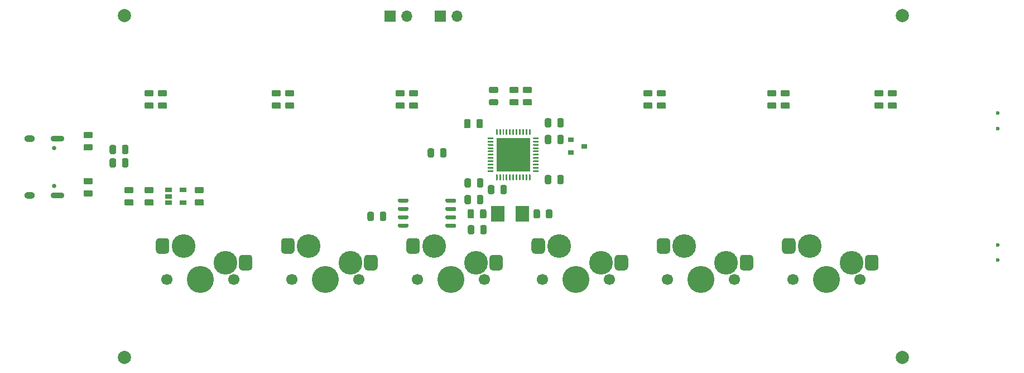
<source format=gbr>
G04 #@! TF.GenerationSoftware,KiCad,Pcbnew,5.1.7-a382d34a8~88~ubuntu20.04.1*
G04 #@! TF.CreationDate,2021-04-25T15:43:49-07:00*
G04 #@! TF.ProjectId,keypad-base,6b657970-6164-42d6-9261-73652e6b6963,Apr2021*
G04 #@! TF.SameCoordinates,Original*
G04 #@! TF.FileFunction,Soldermask,Top*
G04 #@! TF.FilePolarity,Negative*
%FSLAX46Y46*%
G04 Gerber Fmt 4.6, Leading zero omitted, Abs format (unit mm)*
G04 Created by KiCad (PCBNEW 5.1.7-a382d34a8~88~ubuntu20.04.1) date 2021-04-25 15:43:49*
%MOMM*%
%LPD*%
G01*
G04 APERTURE LIST*
%ADD10C,2.000000*%
%ADD11C,0.600000*%
%ADD12O,1.700000X1.700000*%
%ADD13R,1.700000X1.700000*%
%ADD14R,1.060000X0.650000*%
%ADD15C,0.650000*%
%ADD16O,2.100000X0.900000*%
%ADD17O,1.600000X1.000000*%
%ADD18R,0.900000X0.800000*%
%ADD19R,2.000000X2.400000*%
%ADD20R,5.150000X5.150000*%
%ADD21C,4.100000*%
%ADD22C,3.600000*%
%ADD23C,1.700000*%
G04 APERTURE END LIST*
G04 #@! TO.C,R11*
G36*
G01*
X160586000Y-91999750D02*
X160586000Y-92912250D01*
G75*
G02*
X160342250Y-93156000I-243750J0D01*
G01*
X159854750Y-93156000D01*
G75*
G02*
X159611000Y-92912250I0J243750D01*
G01*
X159611000Y-91999750D01*
G75*
G02*
X159854750Y-91756000I243750J0D01*
G01*
X160342250Y-91756000D01*
G75*
G02*
X160586000Y-91999750I0J-243750D01*
G01*
G37*
G36*
G01*
X162461000Y-91999750D02*
X162461000Y-92912250D01*
G75*
G02*
X162217250Y-93156000I-243750J0D01*
G01*
X161729750Y-93156000D01*
G75*
G02*
X161486000Y-92912250I0J243750D01*
G01*
X161486000Y-91999750D01*
G75*
G02*
X161729750Y-91756000I243750J0D01*
G01*
X162217250Y-91756000D01*
G75*
G02*
X162461000Y-91999750I0J-243750D01*
G01*
G37*
G04 #@! TD*
G04 #@! TO.C,R4*
G36*
G01*
X146246000Y-90880250D02*
X146246000Y-89967750D01*
G75*
G02*
X146489750Y-89724000I243750J0D01*
G01*
X146977250Y-89724000D01*
G75*
G02*
X147221000Y-89967750I0J-243750D01*
G01*
X147221000Y-90880250D01*
G75*
G02*
X146977250Y-91124000I-243750J0D01*
G01*
X146489750Y-91124000D01*
G75*
G02*
X146246000Y-90880250I0J243750D01*
G01*
G37*
G36*
G01*
X144371000Y-90880250D02*
X144371000Y-89967750D01*
G75*
G02*
X144614750Y-89724000I243750J0D01*
G01*
X145102250Y-89724000D01*
G75*
G02*
X145346000Y-89967750I0J-243750D01*
G01*
X145346000Y-90880250D01*
G75*
G02*
X145102250Y-91124000I-243750J0D01*
G01*
X144614750Y-91124000D01*
G75*
G02*
X144371000Y-90880250I0J243750D01*
G01*
G37*
G04 #@! TD*
D10*
G04 #@! TO.C,H5*
X107500000Y-111900000D03*
G04 #@! TD*
G04 #@! TO.C,H4*
X107500000Y-59900000D03*
G04 #@! TD*
G04 #@! TO.C,H3*
X225500000Y-59900000D03*
G04 #@! TD*
G04 #@! TO.C,H2*
X225500000Y-111900000D03*
G04 #@! TD*
D11*
G04 #@! TO.C,SW8*
X240000000Y-97050000D03*
X240000000Y-94750000D03*
G04 #@! TD*
G04 #@! TO.C,SW1*
X240000000Y-77050000D03*
X240000000Y-74750000D03*
G04 #@! TD*
G04 #@! TO.C,U11*
G36*
G01*
X156216000Y-88161000D02*
X156216000Y-87861000D01*
G75*
G02*
X156366000Y-87711000I150000J0D01*
G01*
X157666000Y-87711000D01*
G75*
G02*
X157816000Y-87861000I0J-150000D01*
G01*
X157816000Y-88161000D01*
G75*
G02*
X157666000Y-88311000I-150000J0D01*
G01*
X156366000Y-88311000D01*
G75*
G02*
X156216000Y-88161000I0J150000D01*
G01*
G37*
G36*
G01*
X156216000Y-89431000D02*
X156216000Y-89131000D01*
G75*
G02*
X156366000Y-88981000I150000J0D01*
G01*
X157666000Y-88981000D01*
G75*
G02*
X157816000Y-89131000I0J-150000D01*
G01*
X157816000Y-89431000D01*
G75*
G02*
X157666000Y-89581000I-150000J0D01*
G01*
X156366000Y-89581000D01*
G75*
G02*
X156216000Y-89431000I0J150000D01*
G01*
G37*
G36*
G01*
X156216000Y-90701000D02*
X156216000Y-90401000D01*
G75*
G02*
X156366000Y-90251000I150000J0D01*
G01*
X157666000Y-90251000D01*
G75*
G02*
X157816000Y-90401000I0J-150000D01*
G01*
X157816000Y-90701000D01*
G75*
G02*
X157666000Y-90851000I-150000J0D01*
G01*
X156366000Y-90851000D01*
G75*
G02*
X156216000Y-90701000I0J150000D01*
G01*
G37*
G36*
G01*
X156216000Y-91971000D02*
X156216000Y-91671000D01*
G75*
G02*
X156366000Y-91521000I150000J0D01*
G01*
X157666000Y-91521000D01*
G75*
G02*
X157816000Y-91671000I0J-150000D01*
G01*
X157816000Y-91971000D01*
G75*
G02*
X157666000Y-92121000I-150000J0D01*
G01*
X156366000Y-92121000D01*
G75*
G02*
X156216000Y-91971000I0J150000D01*
G01*
G37*
G36*
G01*
X149016000Y-91971000D02*
X149016000Y-91671000D01*
G75*
G02*
X149166000Y-91521000I150000J0D01*
G01*
X150466000Y-91521000D01*
G75*
G02*
X150616000Y-91671000I0J-150000D01*
G01*
X150616000Y-91971000D01*
G75*
G02*
X150466000Y-92121000I-150000J0D01*
G01*
X149166000Y-92121000D01*
G75*
G02*
X149016000Y-91971000I0J150000D01*
G01*
G37*
G36*
G01*
X149016000Y-90701000D02*
X149016000Y-90401000D01*
G75*
G02*
X149166000Y-90251000I150000J0D01*
G01*
X150466000Y-90251000D01*
G75*
G02*
X150616000Y-90401000I0J-150000D01*
G01*
X150616000Y-90701000D01*
G75*
G02*
X150466000Y-90851000I-150000J0D01*
G01*
X149166000Y-90851000D01*
G75*
G02*
X149016000Y-90701000I0J150000D01*
G01*
G37*
G36*
G01*
X149016000Y-89431000D02*
X149016000Y-89131000D01*
G75*
G02*
X149166000Y-88981000I150000J0D01*
G01*
X150466000Y-88981000D01*
G75*
G02*
X150616000Y-89131000I0J-150000D01*
G01*
X150616000Y-89431000D01*
G75*
G02*
X150466000Y-89581000I-150000J0D01*
G01*
X149166000Y-89581000D01*
G75*
G02*
X149016000Y-89431000I0J150000D01*
G01*
G37*
G36*
G01*
X149016000Y-88161000D02*
X149016000Y-87861000D01*
G75*
G02*
X149166000Y-87711000I150000J0D01*
G01*
X150466000Y-87711000D01*
G75*
G02*
X150616000Y-87861000I0J-150000D01*
G01*
X150616000Y-88161000D01*
G75*
G02*
X150466000Y-88311000I-150000J0D01*
G01*
X149166000Y-88311000D01*
G75*
G02*
X149016000Y-88161000I0J150000D01*
G01*
G37*
G04 #@! TD*
D12*
G04 #@! TO.C,J3*
X150368000Y-59944000D03*
D13*
X147828000Y-59944000D03*
G04 #@! TD*
D12*
G04 #@! TO.C,J2*
X157988000Y-59944000D03*
D13*
X155448000Y-59944000D03*
G04 #@! TD*
G04 #@! TO.C,C20*
G36*
G01*
X160978000Y-88340250D02*
X160978000Y-87427750D01*
G75*
G02*
X161221750Y-87184000I243750J0D01*
G01*
X161709250Y-87184000D01*
G75*
G02*
X161953000Y-87427750I0J-243750D01*
G01*
X161953000Y-88340250D01*
G75*
G02*
X161709250Y-88584000I-243750J0D01*
G01*
X161221750Y-88584000D01*
G75*
G02*
X160978000Y-88340250I0J243750D01*
G01*
G37*
G36*
G01*
X159103000Y-88340250D02*
X159103000Y-87427750D01*
G75*
G02*
X159346750Y-87184000I243750J0D01*
G01*
X159834250Y-87184000D01*
G75*
G02*
X160078000Y-87427750I0J-243750D01*
G01*
X160078000Y-88340250D01*
G75*
G02*
X159834250Y-88584000I-243750J0D01*
G01*
X159346750Y-88584000D01*
G75*
G02*
X159103000Y-88340250I0J243750D01*
G01*
G37*
G04 #@! TD*
D14*
G04 #@! TO.C,U10*
X116416000Y-86426000D03*
X116416000Y-88326000D03*
X114216000Y-88326000D03*
X114216000Y-87376000D03*
X114216000Y-86426000D03*
G04 #@! TD*
G04 #@! TO.C,C18*
G36*
G01*
X118415750Y-87826000D02*
X119328250Y-87826000D01*
G75*
G02*
X119572000Y-88069750I0J-243750D01*
G01*
X119572000Y-88557250D01*
G75*
G02*
X119328250Y-88801000I-243750J0D01*
G01*
X118415750Y-88801000D01*
G75*
G02*
X118172000Y-88557250I0J243750D01*
G01*
X118172000Y-88069750D01*
G75*
G02*
X118415750Y-87826000I243750J0D01*
G01*
G37*
G36*
G01*
X118415750Y-85951000D02*
X119328250Y-85951000D01*
G75*
G02*
X119572000Y-86194750I0J-243750D01*
G01*
X119572000Y-86682250D01*
G75*
G02*
X119328250Y-86926000I-243750J0D01*
G01*
X118415750Y-86926000D01*
G75*
G02*
X118172000Y-86682250I0J243750D01*
G01*
X118172000Y-86194750D01*
G75*
G02*
X118415750Y-85951000I243750J0D01*
G01*
G37*
G04 #@! TD*
G04 #@! TO.C,C17*
G36*
G01*
X208228250Y-72194000D02*
X207315750Y-72194000D01*
G75*
G02*
X207072000Y-71950250I0J243750D01*
G01*
X207072000Y-71462750D01*
G75*
G02*
X207315750Y-71219000I243750J0D01*
G01*
X208228250Y-71219000D01*
G75*
G02*
X208472000Y-71462750I0J-243750D01*
G01*
X208472000Y-71950250D01*
G75*
G02*
X208228250Y-72194000I-243750J0D01*
G01*
G37*
G36*
G01*
X208228250Y-74069000D02*
X207315750Y-74069000D01*
G75*
G02*
X207072000Y-73825250I0J243750D01*
G01*
X207072000Y-73337750D01*
G75*
G02*
X207315750Y-73094000I243750J0D01*
G01*
X208228250Y-73094000D01*
G75*
G02*
X208472000Y-73337750I0J-243750D01*
G01*
X208472000Y-73825250D01*
G75*
G02*
X208228250Y-74069000I-243750J0D01*
G01*
G37*
G04 #@! TD*
G04 #@! TO.C,C16*
G36*
G01*
X110795750Y-87826000D02*
X111708250Y-87826000D01*
G75*
G02*
X111952000Y-88069750I0J-243750D01*
G01*
X111952000Y-88557250D01*
G75*
G02*
X111708250Y-88801000I-243750J0D01*
G01*
X110795750Y-88801000D01*
G75*
G02*
X110552000Y-88557250I0J243750D01*
G01*
X110552000Y-88069750D01*
G75*
G02*
X110795750Y-87826000I243750J0D01*
G01*
G37*
G36*
G01*
X110795750Y-85951000D02*
X111708250Y-85951000D01*
G75*
G02*
X111952000Y-86194750I0J-243750D01*
G01*
X111952000Y-86682250D01*
G75*
G02*
X111708250Y-86926000I-243750J0D01*
G01*
X110795750Y-86926000D01*
G75*
G02*
X110552000Y-86682250I0J243750D01*
G01*
X110552000Y-86194750D01*
G75*
G02*
X110795750Y-85951000I243750J0D01*
G01*
G37*
G04 #@! TD*
G04 #@! TO.C,C15*
G36*
G01*
X189432250Y-72194000D02*
X188519750Y-72194000D01*
G75*
G02*
X188276000Y-71950250I0J243750D01*
G01*
X188276000Y-71462750D01*
G75*
G02*
X188519750Y-71219000I243750J0D01*
G01*
X189432250Y-71219000D01*
G75*
G02*
X189676000Y-71462750I0J-243750D01*
G01*
X189676000Y-71950250D01*
G75*
G02*
X189432250Y-72194000I-243750J0D01*
G01*
G37*
G36*
G01*
X189432250Y-74069000D02*
X188519750Y-74069000D01*
G75*
G02*
X188276000Y-73825250I0J243750D01*
G01*
X188276000Y-73337750D01*
G75*
G02*
X188519750Y-73094000I243750J0D01*
G01*
X189432250Y-73094000D01*
G75*
G02*
X189676000Y-73337750I0J-243750D01*
G01*
X189676000Y-73825250D01*
G75*
G02*
X189432250Y-74069000I-243750J0D01*
G01*
G37*
G04 #@! TD*
G04 #@! TO.C,C14*
G36*
G01*
X169112250Y-71686000D02*
X168199750Y-71686000D01*
G75*
G02*
X167956000Y-71442250I0J243750D01*
G01*
X167956000Y-70954750D01*
G75*
G02*
X168199750Y-70711000I243750J0D01*
G01*
X169112250Y-70711000D01*
G75*
G02*
X169356000Y-70954750I0J-243750D01*
G01*
X169356000Y-71442250D01*
G75*
G02*
X169112250Y-71686000I-243750J0D01*
G01*
G37*
G36*
G01*
X169112250Y-73561000D02*
X168199750Y-73561000D01*
G75*
G02*
X167956000Y-73317250I0J243750D01*
G01*
X167956000Y-72829750D01*
G75*
G02*
X168199750Y-72586000I243750J0D01*
G01*
X169112250Y-72586000D01*
G75*
G02*
X169356000Y-72829750I0J-243750D01*
G01*
X169356000Y-73317250D01*
G75*
G02*
X169112250Y-73561000I-243750J0D01*
G01*
G37*
G04 #@! TD*
G04 #@! TO.C,C13*
G36*
G01*
X151840250Y-72194000D02*
X150927750Y-72194000D01*
G75*
G02*
X150684000Y-71950250I0J243750D01*
G01*
X150684000Y-71462750D01*
G75*
G02*
X150927750Y-71219000I243750J0D01*
G01*
X151840250Y-71219000D01*
G75*
G02*
X152084000Y-71462750I0J-243750D01*
G01*
X152084000Y-71950250D01*
G75*
G02*
X151840250Y-72194000I-243750J0D01*
G01*
G37*
G36*
G01*
X151840250Y-74069000D02*
X150927750Y-74069000D01*
G75*
G02*
X150684000Y-73825250I0J243750D01*
G01*
X150684000Y-73337750D01*
G75*
G02*
X150927750Y-73094000I243750J0D01*
G01*
X151840250Y-73094000D01*
G75*
G02*
X152084000Y-73337750I0J-243750D01*
G01*
X152084000Y-73825250D01*
G75*
G02*
X151840250Y-74069000I-243750J0D01*
G01*
G37*
G04 #@! TD*
G04 #@! TO.C,C12*
G36*
G01*
X133044250Y-72194000D02*
X132131750Y-72194000D01*
G75*
G02*
X131888000Y-71950250I0J243750D01*
G01*
X131888000Y-71462750D01*
G75*
G02*
X132131750Y-71219000I243750J0D01*
G01*
X133044250Y-71219000D01*
G75*
G02*
X133288000Y-71462750I0J-243750D01*
G01*
X133288000Y-71950250D01*
G75*
G02*
X133044250Y-72194000I-243750J0D01*
G01*
G37*
G36*
G01*
X133044250Y-74069000D02*
X132131750Y-74069000D01*
G75*
G02*
X131888000Y-73825250I0J243750D01*
G01*
X131888000Y-73337750D01*
G75*
G02*
X132131750Y-73094000I243750J0D01*
G01*
X133044250Y-73094000D01*
G75*
G02*
X133288000Y-73337750I0J-243750D01*
G01*
X133288000Y-73825250D01*
G75*
G02*
X133044250Y-74069000I-243750J0D01*
G01*
G37*
G04 #@! TD*
G04 #@! TO.C,C11*
G36*
G01*
X113740250Y-72194000D02*
X112827750Y-72194000D01*
G75*
G02*
X112584000Y-71950250I0J243750D01*
G01*
X112584000Y-71462750D01*
G75*
G02*
X112827750Y-71219000I243750J0D01*
G01*
X113740250Y-71219000D01*
G75*
G02*
X113984000Y-71462750I0J-243750D01*
G01*
X113984000Y-71950250D01*
G75*
G02*
X113740250Y-72194000I-243750J0D01*
G01*
G37*
G36*
G01*
X113740250Y-74069000D02*
X112827750Y-74069000D01*
G75*
G02*
X112584000Y-73825250I0J243750D01*
G01*
X112584000Y-73337750D01*
G75*
G02*
X112827750Y-73094000I243750J0D01*
G01*
X113740250Y-73094000D01*
G75*
G02*
X113984000Y-73337750I0J-243750D01*
G01*
X113984000Y-73825250D01*
G75*
G02*
X113740250Y-74069000I-243750J0D01*
G01*
G37*
G04 #@! TD*
G04 #@! TO.C,C9*
G36*
G01*
X107747750Y-87826000D02*
X108660250Y-87826000D01*
G75*
G02*
X108904000Y-88069750I0J-243750D01*
G01*
X108904000Y-88557250D01*
G75*
G02*
X108660250Y-88801000I-243750J0D01*
G01*
X107747750Y-88801000D01*
G75*
G02*
X107504000Y-88557250I0J243750D01*
G01*
X107504000Y-88069750D01*
G75*
G02*
X107747750Y-87826000I243750J0D01*
G01*
G37*
G36*
G01*
X107747750Y-85951000D02*
X108660250Y-85951000D01*
G75*
G02*
X108904000Y-86194750I0J-243750D01*
G01*
X108904000Y-86682250D01*
G75*
G02*
X108660250Y-86926000I-243750J0D01*
G01*
X107747750Y-86926000D01*
G75*
G02*
X107504000Y-86682250I0J243750D01*
G01*
X107504000Y-86194750D01*
G75*
G02*
X107747750Y-85951000I243750J0D01*
G01*
G37*
G04 #@! TD*
G04 #@! TO.C,C8*
G36*
G01*
X173170000Y-76656250D02*
X173170000Y-75743750D01*
G75*
G02*
X173413750Y-75500000I243750J0D01*
G01*
X173901250Y-75500000D01*
G75*
G02*
X174145000Y-75743750I0J-243750D01*
G01*
X174145000Y-76656250D01*
G75*
G02*
X173901250Y-76900000I-243750J0D01*
G01*
X173413750Y-76900000D01*
G75*
G02*
X173170000Y-76656250I0J243750D01*
G01*
G37*
G36*
G01*
X171295000Y-76656250D02*
X171295000Y-75743750D01*
G75*
G02*
X171538750Y-75500000I243750J0D01*
G01*
X172026250Y-75500000D01*
G75*
G02*
X172270000Y-75743750I0J-243750D01*
G01*
X172270000Y-76656250D01*
G75*
G02*
X172026250Y-76900000I-243750J0D01*
G01*
X171538750Y-76900000D01*
G75*
G02*
X171295000Y-76656250I0J243750D01*
G01*
G37*
G04 #@! TD*
D15*
G04 #@! TO.C,J1*
X96810000Y-80010000D03*
X96810000Y-85790000D03*
D16*
X97310000Y-78580000D03*
X97310000Y-87220000D03*
D17*
X93130000Y-78580000D03*
X93130000Y-87220000D03*
G04 #@! TD*
G04 #@! TO.C,R16*
G36*
G01*
X106230000Y-81839750D02*
X106230000Y-82752250D01*
G75*
G02*
X105986250Y-82996000I-243750J0D01*
G01*
X105498750Y-82996000D01*
G75*
G02*
X105255000Y-82752250I0J243750D01*
G01*
X105255000Y-81839750D01*
G75*
G02*
X105498750Y-81596000I243750J0D01*
G01*
X105986250Y-81596000D01*
G75*
G02*
X106230000Y-81839750I0J-243750D01*
G01*
G37*
G36*
G01*
X108105000Y-81839750D02*
X108105000Y-82752250D01*
G75*
G02*
X107861250Y-82996000I-243750J0D01*
G01*
X107373750Y-82996000D01*
G75*
G02*
X107130000Y-82752250I0J243750D01*
G01*
X107130000Y-81839750D01*
G75*
G02*
X107373750Y-81596000I243750J0D01*
G01*
X107861250Y-81596000D01*
G75*
G02*
X108105000Y-81839750I0J-243750D01*
G01*
G37*
G04 #@! TD*
G04 #@! TO.C,R15*
G36*
G01*
X106230000Y-79807750D02*
X106230000Y-80720250D01*
G75*
G02*
X105986250Y-80964000I-243750J0D01*
G01*
X105498750Y-80964000D01*
G75*
G02*
X105255000Y-80720250I0J243750D01*
G01*
X105255000Y-79807750D01*
G75*
G02*
X105498750Y-79564000I243750J0D01*
G01*
X105986250Y-79564000D01*
G75*
G02*
X106230000Y-79807750I0J-243750D01*
G01*
G37*
G36*
G01*
X108105000Y-79807750D02*
X108105000Y-80720250D01*
G75*
G02*
X107861250Y-80964000I-243750J0D01*
G01*
X107373750Y-80964000D01*
G75*
G02*
X107130000Y-80720250I0J243750D01*
G01*
X107130000Y-79807750D01*
G75*
G02*
X107373750Y-79564000I243750J0D01*
G01*
X107861250Y-79564000D01*
G75*
G02*
X108105000Y-79807750I0J-243750D01*
G01*
G37*
G04 #@! TD*
G04 #@! TO.C,R14*
G36*
G01*
X101543750Y-79450000D02*
X102456250Y-79450000D01*
G75*
G02*
X102700000Y-79693750I0J-243750D01*
G01*
X102700000Y-80181250D01*
G75*
G02*
X102456250Y-80425000I-243750J0D01*
G01*
X101543750Y-80425000D01*
G75*
G02*
X101300000Y-80181250I0J243750D01*
G01*
X101300000Y-79693750D01*
G75*
G02*
X101543750Y-79450000I243750J0D01*
G01*
G37*
G36*
G01*
X101543750Y-77575000D02*
X102456250Y-77575000D01*
G75*
G02*
X102700000Y-77818750I0J-243750D01*
G01*
X102700000Y-78306250D01*
G75*
G02*
X102456250Y-78550000I-243750J0D01*
G01*
X101543750Y-78550000D01*
G75*
G02*
X101300000Y-78306250I0J243750D01*
G01*
X101300000Y-77818750D01*
G75*
G02*
X101543750Y-77575000I243750J0D01*
G01*
G37*
G04 #@! TD*
G04 #@! TO.C,R13*
G36*
G01*
X101543750Y-86450000D02*
X102456250Y-86450000D01*
G75*
G02*
X102700000Y-86693750I0J-243750D01*
G01*
X102700000Y-87181250D01*
G75*
G02*
X102456250Y-87425000I-243750J0D01*
G01*
X101543750Y-87425000D01*
G75*
G02*
X101300000Y-87181250I0J243750D01*
G01*
X101300000Y-86693750D01*
G75*
G02*
X101543750Y-86450000I243750J0D01*
G01*
G37*
G36*
G01*
X101543750Y-84575000D02*
X102456250Y-84575000D01*
G75*
G02*
X102700000Y-84818750I0J-243750D01*
G01*
X102700000Y-85306250D01*
G75*
G02*
X102456250Y-85550000I-243750J0D01*
G01*
X101543750Y-85550000D01*
G75*
G02*
X101300000Y-85306250I0J243750D01*
G01*
X101300000Y-84818750D01*
G75*
G02*
X101543750Y-84575000I243750J0D01*
G01*
G37*
G04 #@! TD*
G04 #@! TO.C,R12*
G36*
G01*
X173170000Y-79196250D02*
X173170000Y-78283750D01*
G75*
G02*
X173413750Y-78040000I243750J0D01*
G01*
X173901250Y-78040000D01*
G75*
G02*
X174145000Y-78283750I0J-243750D01*
G01*
X174145000Y-79196250D01*
G75*
G02*
X173901250Y-79440000I-243750J0D01*
G01*
X173413750Y-79440000D01*
G75*
G02*
X173170000Y-79196250I0J243750D01*
G01*
G37*
G36*
G01*
X171295000Y-79196250D02*
X171295000Y-78283750D01*
G75*
G02*
X171538750Y-78040000I243750J0D01*
G01*
X172026250Y-78040000D01*
G75*
G02*
X172270000Y-78283750I0J-243750D01*
G01*
X172270000Y-79196250D01*
G75*
G02*
X172026250Y-79440000I-243750J0D01*
G01*
X171538750Y-79440000D01*
G75*
G02*
X171295000Y-79196250I0J243750D01*
G01*
G37*
G04 #@! TD*
G04 #@! TO.C,R10*
G36*
G01*
X206196250Y-72194000D02*
X205283750Y-72194000D01*
G75*
G02*
X205040000Y-71950250I0J243750D01*
G01*
X205040000Y-71462750D01*
G75*
G02*
X205283750Y-71219000I243750J0D01*
G01*
X206196250Y-71219000D01*
G75*
G02*
X206440000Y-71462750I0J-243750D01*
G01*
X206440000Y-71950250D01*
G75*
G02*
X206196250Y-72194000I-243750J0D01*
G01*
G37*
G36*
G01*
X206196250Y-74069000D02*
X205283750Y-74069000D01*
G75*
G02*
X205040000Y-73825250I0J243750D01*
G01*
X205040000Y-73337750D01*
G75*
G02*
X205283750Y-73094000I243750J0D01*
G01*
X206196250Y-73094000D01*
G75*
G02*
X206440000Y-73337750I0J-243750D01*
G01*
X206440000Y-73825250D01*
G75*
G02*
X206196250Y-74069000I-243750J0D01*
G01*
G37*
G04 #@! TD*
G04 #@! TO.C,R9*
G36*
G01*
X187400250Y-72194000D02*
X186487750Y-72194000D01*
G75*
G02*
X186244000Y-71950250I0J243750D01*
G01*
X186244000Y-71462750D01*
G75*
G02*
X186487750Y-71219000I243750J0D01*
G01*
X187400250Y-71219000D01*
G75*
G02*
X187644000Y-71462750I0J-243750D01*
G01*
X187644000Y-71950250D01*
G75*
G02*
X187400250Y-72194000I-243750J0D01*
G01*
G37*
G36*
G01*
X187400250Y-74069000D02*
X186487750Y-74069000D01*
G75*
G02*
X186244000Y-73825250I0J243750D01*
G01*
X186244000Y-73337750D01*
G75*
G02*
X186487750Y-73094000I243750J0D01*
G01*
X187400250Y-73094000D01*
G75*
G02*
X187644000Y-73337750I0J-243750D01*
G01*
X187644000Y-73825250D01*
G75*
G02*
X187400250Y-74069000I-243750J0D01*
G01*
G37*
G04 #@! TD*
G04 #@! TO.C,R8*
G36*
G01*
X167080250Y-71686000D02*
X166167750Y-71686000D01*
G75*
G02*
X165924000Y-71442250I0J243750D01*
G01*
X165924000Y-70954750D01*
G75*
G02*
X166167750Y-70711000I243750J0D01*
G01*
X167080250Y-70711000D01*
G75*
G02*
X167324000Y-70954750I0J-243750D01*
G01*
X167324000Y-71442250D01*
G75*
G02*
X167080250Y-71686000I-243750J0D01*
G01*
G37*
G36*
G01*
X167080250Y-73561000D02*
X166167750Y-73561000D01*
G75*
G02*
X165924000Y-73317250I0J243750D01*
G01*
X165924000Y-72829750D01*
G75*
G02*
X166167750Y-72586000I243750J0D01*
G01*
X167080250Y-72586000D01*
G75*
G02*
X167324000Y-72829750I0J-243750D01*
G01*
X167324000Y-73317250D01*
G75*
G02*
X167080250Y-73561000I-243750J0D01*
G01*
G37*
G04 #@! TD*
G04 #@! TO.C,R7*
G36*
G01*
X149808250Y-72194000D02*
X148895750Y-72194000D01*
G75*
G02*
X148652000Y-71950250I0J243750D01*
G01*
X148652000Y-71462750D01*
G75*
G02*
X148895750Y-71219000I243750J0D01*
G01*
X149808250Y-71219000D01*
G75*
G02*
X150052000Y-71462750I0J-243750D01*
G01*
X150052000Y-71950250D01*
G75*
G02*
X149808250Y-72194000I-243750J0D01*
G01*
G37*
G36*
G01*
X149808250Y-74069000D02*
X148895750Y-74069000D01*
G75*
G02*
X148652000Y-73825250I0J243750D01*
G01*
X148652000Y-73337750D01*
G75*
G02*
X148895750Y-73094000I243750J0D01*
G01*
X149808250Y-73094000D01*
G75*
G02*
X150052000Y-73337750I0J-243750D01*
G01*
X150052000Y-73825250D01*
G75*
G02*
X149808250Y-74069000I-243750J0D01*
G01*
G37*
G04 #@! TD*
G04 #@! TO.C,R6*
G36*
G01*
X131012250Y-72194000D02*
X130099750Y-72194000D01*
G75*
G02*
X129856000Y-71950250I0J243750D01*
G01*
X129856000Y-71462750D01*
G75*
G02*
X130099750Y-71219000I243750J0D01*
G01*
X131012250Y-71219000D01*
G75*
G02*
X131256000Y-71462750I0J-243750D01*
G01*
X131256000Y-71950250D01*
G75*
G02*
X131012250Y-72194000I-243750J0D01*
G01*
G37*
G36*
G01*
X131012250Y-74069000D02*
X130099750Y-74069000D01*
G75*
G02*
X129856000Y-73825250I0J243750D01*
G01*
X129856000Y-73337750D01*
G75*
G02*
X130099750Y-73094000I243750J0D01*
G01*
X131012250Y-73094000D01*
G75*
G02*
X131256000Y-73337750I0J-243750D01*
G01*
X131256000Y-73825250D01*
G75*
G02*
X131012250Y-74069000I-243750J0D01*
G01*
G37*
G04 #@! TD*
G04 #@! TO.C,R5*
G36*
G01*
X111708250Y-72194000D02*
X110795750Y-72194000D01*
G75*
G02*
X110552000Y-71950250I0J243750D01*
G01*
X110552000Y-71462750D01*
G75*
G02*
X110795750Y-71219000I243750J0D01*
G01*
X111708250Y-71219000D01*
G75*
G02*
X111952000Y-71462750I0J-243750D01*
G01*
X111952000Y-71950250D01*
G75*
G02*
X111708250Y-72194000I-243750J0D01*
G01*
G37*
G36*
G01*
X111708250Y-74069000D02*
X110795750Y-74069000D01*
G75*
G02*
X110552000Y-73825250I0J243750D01*
G01*
X110552000Y-73337750D01*
G75*
G02*
X110795750Y-73094000I243750J0D01*
G01*
X111708250Y-73094000D01*
G75*
G02*
X111952000Y-73337750I0J-243750D01*
G01*
X111952000Y-73825250D01*
G75*
G02*
X111708250Y-74069000I-243750J0D01*
G01*
G37*
G04 #@! TD*
D18*
G04 #@! TO.C,Q1*
X177276000Y-79756000D03*
X175276000Y-80706000D03*
X175276000Y-78806000D03*
G04 #@! TD*
D19*
G04 #@! TO.C,X1*
X164150000Y-90048000D03*
X167850000Y-90048000D03*
G04 #@! TD*
D20*
G04 #@! TO.C,U1*
X166500000Y-81048000D03*
G36*
G01*
X163875000Y-77985500D02*
X163875000Y-77235500D01*
G75*
G02*
X163937500Y-77173000I62500J0D01*
G01*
X164062500Y-77173000D01*
G75*
G02*
X164125000Y-77235500I0J-62500D01*
G01*
X164125000Y-77985500D01*
G75*
G02*
X164062500Y-78048000I-62500J0D01*
G01*
X163937500Y-78048000D01*
G75*
G02*
X163875000Y-77985500I0J62500D01*
G01*
G37*
G36*
G01*
X164375000Y-77985500D02*
X164375000Y-77235500D01*
G75*
G02*
X164437500Y-77173000I62500J0D01*
G01*
X164562500Y-77173000D01*
G75*
G02*
X164625000Y-77235500I0J-62500D01*
G01*
X164625000Y-77985500D01*
G75*
G02*
X164562500Y-78048000I-62500J0D01*
G01*
X164437500Y-78048000D01*
G75*
G02*
X164375000Y-77985500I0J62500D01*
G01*
G37*
G36*
G01*
X164875000Y-77985500D02*
X164875000Y-77235500D01*
G75*
G02*
X164937500Y-77173000I62500J0D01*
G01*
X165062500Y-77173000D01*
G75*
G02*
X165125000Y-77235500I0J-62500D01*
G01*
X165125000Y-77985500D01*
G75*
G02*
X165062500Y-78048000I-62500J0D01*
G01*
X164937500Y-78048000D01*
G75*
G02*
X164875000Y-77985500I0J62500D01*
G01*
G37*
G36*
G01*
X165375000Y-77985500D02*
X165375000Y-77235500D01*
G75*
G02*
X165437500Y-77173000I62500J0D01*
G01*
X165562500Y-77173000D01*
G75*
G02*
X165625000Y-77235500I0J-62500D01*
G01*
X165625000Y-77985500D01*
G75*
G02*
X165562500Y-78048000I-62500J0D01*
G01*
X165437500Y-78048000D01*
G75*
G02*
X165375000Y-77985500I0J62500D01*
G01*
G37*
G36*
G01*
X165875000Y-77985500D02*
X165875000Y-77235500D01*
G75*
G02*
X165937500Y-77173000I62500J0D01*
G01*
X166062500Y-77173000D01*
G75*
G02*
X166125000Y-77235500I0J-62500D01*
G01*
X166125000Y-77985500D01*
G75*
G02*
X166062500Y-78048000I-62500J0D01*
G01*
X165937500Y-78048000D01*
G75*
G02*
X165875000Y-77985500I0J62500D01*
G01*
G37*
G36*
G01*
X166375000Y-77985500D02*
X166375000Y-77235500D01*
G75*
G02*
X166437500Y-77173000I62500J0D01*
G01*
X166562500Y-77173000D01*
G75*
G02*
X166625000Y-77235500I0J-62500D01*
G01*
X166625000Y-77985500D01*
G75*
G02*
X166562500Y-78048000I-62500J0D01*
G01*
X166437500Y-78048000D01*
G75*
G02*
X166375000Y-77985500I0J62500D01*
G01*
G37*
G36*
G01*
X166875000Y-77985500D02*
X166875000Y-77235500D01*
G75*
G02*
X166937500Y-77173000I62500J0D01*
G01*
X167062500Y-77173000D01*
G75*
G02*
X167125000Y-77235500I0J-62500D01*
G01*
X167125000Y-77985500D01*
G75*
G02*
X167062500Y-78048000I-62500J0D01*
G01*
X166937500Y-78048000D01*
G75*
G02*
X166875000Y-77985500I0J62500D01*
G01*
G37*
G36*
G01*
X167375000Y-77985500D02*
X167375000Y-77235500D01*
G75*
G02*
X167437500Y-77173000I62500J0D01*
G01*
X167562500Y-77173000D01*
G75*
G02*
X167625000Y-77235500I0J-62500D01*
G01*
X167625000Y-77985500D01*
G75*
G02*
X167562500Y-78048000I-62500J0D01*
G01*
X167437500Y-78048000D01*
G75*
G02*
X167375000Y-77985500I0J62500D01*
G01*
G37*
G36*
G01*
X167875000Y-77985500D02*
X167875000Y-77235500D01*
G75*
G02*
X167937500Y-77173000I62500J0D01*
G01*
X168062500Y-77173000D01*
G75*
G02*
X168125000Y-77235500I0J-62500D01*
G01*
X168125000Y-77985500D01*
G75*
G02*
X168062500Y-78048000I-62500J0D01*
G01*
X167937500Y-78048000D01*
G75*
G02*
X167875000Y-77985500I0J62500D01*
G01*
G37*
G36*
G01*
X168375000Y-77985500D02*
X168375000Y-77235500D01*
G75*
G02*
X168437500Y-77173000I62500J0D01*
G01*
X168562500Y-77173000D01*
G75*
G02*
X168625000Y-77235500I0J-62500D01*
G01*
X168625000Y-77985500D01*
G75*
G02*
X168562500Y-78048000I-62500J0D01*
G01*
X168437500Y-78048000D01*
G75*
G02*
X168375000Y-77985500I0J62500D01*
G01*
G37*
G36*
G01*
X168875000Y-77985500D02*
X168875000Y-77235500D01*
G75*
G02*
X168937500Y-77173000I62500J0D01*
G01*
X169062500Y-77173000D01*
G75*
G02*
X169125000Y-77235500I0J-62500D01*
G01*
X169125000Y-77985500D01*
G75*
G02*
X169062500Y-78048000I-62500J0D01*
G01*
X168937500Y-78048000D01*
G75*
G02*
X168875000Y-77985500I0J62500D01*
G01*
G37*
G36*
G01*
X169500000Y-78610500D02*
X169500000Y-78485500D01*
G75*
G02*
X169562500Y-78423000I62500J0D01*
G01*
X170312500Y-78423000D01*
G75*
G02*
X170375000Y-78485500I0J-62500D01*
G01*
X170375000Y-78610500D01*
G75*
G02*
X170312500Y-78673000I-62500J0D01*
G01*
X169562500Y-78673000D01*
G75*
G02*
X169500000Y-78610500I0J62500D01*
G01*
G37*
G36*
G01*
X169500000Y-79110500D02*
X169500000Y-78985500D01*
G75*
G02*
X169562500Y-78923000I62500J0D01*
G01*
X170312500Y-78923000D01*
G75*
G02*
X170375000Y-78985500I0J-62500D01*
G01*
X170375000Y-79110500D01*
G75*
G02*
X170312500Y-79173000I-62500J0D01*
G01*
X169562500Y-79173000D01*
G75*
G02*
X169500000Y-79110500I0J62500D01*
G01*
G37*
G36*
G01*
X169500000Y-79610500D02*
X169500000Y-79485500D01*
G75*
G02*
X169562500Y-79423000I62500J0D01*
G01*
X170312500Y-79423000D01*
G75*
G02*
X170375000Y-79485500I0J-62500D01*
G01*
X170375000Y-79610500D01*
G75*
G02*
X170312500Y-79673000I-62500J0D01*
G01*
X169562500Y-79673000D01*
G75*
G02*
X169500000Y-79610500I0J62500D01*
G01*
G37*
G36*
G01*
X169500000Y-80110500D02*
X169500000Y-79985500D01*
G75*
G02*
X169562500Y-79923000I62500J0D01*
G01*
X170312500Y-79923000D01*
G75*
G02*
X170375000Y-79985500I0J-62500D01*
G01*
X170375000Y-80110500D01*
G75*
G02*
X170312500Y-80173000I-62500J0D01*
G01*
X169562500Y-80173000D01*
G75*
G02*
X169500000Y-80110500I0J62500D01*
G01*
G37*
G36*
G01*
X169500000Y-80610500D02*
X169500000Y-80485500D01*
G75*
G02*
X169562500Y-80423000I62500J0D01*
G01*
X170312500Y-80423000D01*
G75*
G02*
X170375000Y-80485500I0J-62500D01*
G01*
X170375000Y-80610500D01*
G75*
G02*
X170312500Y-80673000I-62500J0D01*
G01*
X169562500Y-80673000D01*
G75*
G02*
X169500000Y-80610500I0J62500D01*
G01*
G37*
G36*
G01*
X169500000Y-81110500D02*
X169500000Y-80985500D01*
G75*
G02*
X169562500Y-80923000I62500J0D01*
G01*
X170312500Y-80923000D01*
G75*
G02*
X170375000Y-80985500I0J-62500D01*
G01*
X170375000Y-81110500D01*
G75*
G02*
X170312500Y-81173000I-62500J0D01*
G01*
X169562500Y-81173000D01*
G75*
G02*
X169500000Y-81110500I0J62500D01*
G01*
G37*
G36*
G01*
X169500000Y-81610500D02*
X169500000Y-81485500D01*
G75*
G02*
X169562500Y-81423000I62500J0D01*
G01*
X170312500Y-81423000D01*
G75*
G02*
X170375000Y-81485500I0J-62500D01*
G01*
X170375000Y-81610500D01*
G75*
G02*
X170312500Y-81673000I-62500J0D01*
G01*
X169562500Y-81673000D01*
G75*
G02*
X169500000Y-81610500I0J62500D01*
G01*
G37*
G36*
G01*
X169500000Y-82110500D02*
X169500000Y-81985500D01*
G75*
G02*
X169562500Y-81923000I62500J0D01*
G01*
X170312500Y-81923000D01*
G75*
G02*
X170375000Y-81985500I0J-62500D01*
G01*
X170375000Y-82110500D01*
G75*
G02*
X170312500Y-82173000I-62500J0D01*
G01*
X169562500Y-82173000D01*
G75*
G02*
X169500000Y-82110500I0J62500D01*
G01*
G37*
G36*
G01*
X169500000Y-82610500D02*
X169500000Y-82485500D01*
G75*
G02*
X169562500Y-82423000I62500J0D01*
G01*
X170312500Y-82423000D01*
G75*
G02*
X170375000Y-82485500I0J-62500D01*
G01*
X170375000Y-82610500D01*
G75*
G02*
X170312500Y-82673000I-62500J0D01*
G01*
X169562500Y-82673000D01*
G75*
G02*
X169500000Y-82610500I0J62500D01*
G01*
G37*
G36*
G01*
X169500000Y-83110500D02*
X169500000Y-82985500D01*
G75*
G02*
X169562500Y-82923000I62500J0D01*
G01*
X170312500Y-82923000D01*
G75*
G02*
X170375000Y-82985500I0J-62500D01*
G01*
X170375000Y-83110500D01*
G75*
G02*
X170312500Y-83173000I-62500J0D01*
G01*
X169562500Y-83173000D01*
G75*
G02*
X169500000Y-83110500I0J62500D01*
G01*
G37*
G36*
G01*
X169500000Y-83610500D02*
X169500000Y-83485500D01*
G75*
G02*
X169562500Y-83423000I62500J0D01*
G01*
X170312500Y-83423000D01*
G75*
G02*
X170375000Y-83485500I0J-62500D01*
G01*
X170375000Y-83610500D01*
G75*
G02*
X170312500Y-83673000I-62500J0D01*
G01*
X169562500Y-83673000D01*
G75*
G02*
X169500000Y-83610500I0J62500D01*
G01*
G37*
G36*
G01*
X168875000Y-84860500D02*
X168875000Y-84110500D01*
G75*
G02*
X168937500Y-84048000I62500J0D01*
G01*
X169062500Y-84048000D01*
G75*
G02*
X169125000Y-84110500I0J-62500D01*
G01*
X169125000Y-84860500D01*
G75*
G02*
X169062500Y-84923000I-62500J0D01*
G01*
X168937500Y-84923000D01*
G75*
G02*
X168875000Y-84860500I0J62500D01*
G01*
G37*
G36*
G01*
X168375000Y-84860500D02*
X168375000Y-84110500D01*
G75*
G02*
X168437500Y-84048000I62500J0D01*
G01*
X168562500Y-84048000D01*
G75*
G02*
X168625000Y-84110500I0J-62500D01*
G01*
X168625000Y-84860500D01*
G75*
G02*
X168562500Y-84923000I-62500J0D01*
G01*
X168437500Y-84923000D01*
G75*
G02*
X168375000Y-84860500I0J62500D01*
G01*
G37*
G36*
G01*
X167875000Y-84860500D02*
X167875000Y-84110500D01*
G75*
G02*
X167937500Y-84048000I62500J0D01*
G01*
X168062500Y-84048000D01*
G75*
G02*
X168125000Y-84110500I0J-62500D01*
G01*
X168125000Y-84860500D01*
G75*
G02*
X168062500Y-84923000I-62500J0D01*
G01*
X167937500Y-84923000D01*
G75*
G02*
X167875000Y-84860500I0J62500D01*
G01*
G37*
G36*
G01*
X167375000Y-84860500D02*
X167375000Y-84110500D01*
G75*
G02*
X167437500Y-84048000I62500J0D01*
G01*
X167562500Y-84048000D01*
G75*
G02*
X167625000Y-84110500I0J-62500D01*
G01*
X167625000Y-84860500D01*
G75*
G02*
X167562500Y-84923000I-62500J0D01*
G01*
X167437500Y-84923000D01*
G75*
G02*
X167375000Y-84860500I0J62500D01*
G01*
G37*
G36*
G01*
X166875000Y-84860500D02*
X166875000Y-84110500D01*
G75*
G02*
X166937500Y-84048000I62500J0D01*
G01*
X167062500Y-84048000D01*
G75*
G02*
X167125000Y-84110500I0J-62500D01*
G01*
X167125000Y-84860500D01*
G75*
G02*
X167062500Y-84923000I-62500J0D01*
G01*
X166937500Y-84923000D01*
G75*
G02*
X166875000Y-84860500I0J62500D01*
G01*
G37*
G36*
G01*
X166375000Y-84860500D02*
X166375000Y-84110500D01*
G75*
G02*
X166437500Y-84048000I62500J0D01*
G01*
X166562500Y-84048000D01*
G75*
G02*
X166625000Y-84110500I0J-62500D01*
G01*
X166625000Y-84860500D01*
G75*
G02*
X166562500Y-84923000I-62500J0D01*
G01*
X166437500Y-84923000D01*
G75*
G02*
X166375000Y-84860500I0J62500D01*
G01*
G37*
G36*
G01*
X165875000Y-84860500D02*
X165875000Y-84110500D01*
G75*
G02*
X165937500Y-84048000I62500J0D01*
G01*
X166062500Y-84048000D01*
G75*
G02*
X166125000Y-84110500I0J-62500D01*
G01*
X166125000Y-84860500D01*
G75*
G02*
X166062500Y-84923000I-62500J0D01*
G01*
X165937500Y-84923000D01*
G75*
G02*
X165875000Y-84860500I0J62500D01*
G01*
G37*
G36*
G01*
X165375000Y-84860500D02*
X165375000Y-84110500D01*
G75*
G02*
X165437500Y-84048000I62500J0D01*
G01*
X165562500Y-84048000D01*
G75*
G02*
X165625000Y-84110500I0J-62500D01*
G01*
X165625000Y-84860500D01*
G75*
G02*
X165562500Y-84923000I-62500J0D01*
G01*
X165437500Y-84923000D01*
G75*
G02*
X165375000Y-84860500I0J62500D01*
G01*
G37*
G36*
G01*
X164875000Y-84860500D02*
X164875000Y-84110500D01*
G75*
G02*
X164937500Y-84048000I62500J0D01*
G01*
X165062500Y-84048000D01*
G75*
G02*
X165125000Y-84110500I0J-62500D01*
G01*
X165125000Y-84860500D01*
G75*
G02*
X165062500Y-84923000I-62500J0D01*
G01*
X164937500Y-84923000D01*
G75*
G02*
X164875000Y-84860500I0J62500D01*
G01*
G37*
G36*
G01*
X164375000Y-84860500D02*
X164375000Y-84110500D01*
G75*
G02*
X164437500Y-84048000I62500J0D01*
G01*
X164562500Y-84048000D01*
G75*
G02*
X164625000Y-84110500I0J-62500D01*
G01*
X164625000Y-84860500D01*
G75*
G02*
X164562500Y-84923000I-62500J0D01*
G01*
X164437500Y-84923000D01*
G75*
G02*
X164375000Y-84860500I0J62500D01*
G01*
G37*
G36*
G01*
X163875000Y-84860500D02*
X163875000Y-84110500D01*
G75*
G02*
X163937500Y-84048000I62500J0D01*
G01*
X164062500Y-84048000D01*
G75*
G02*
X164125000Y-84110500I0J-62500D01*
G01*
X164125000Y-84860500D01*
G75*
G02*
X164062500Y-84923000I-62500J0D01*
G01*
X163937500Y-84923000D01*
G75*
G02*
X163875000Y-84860500I0J62500D01*
G01*
G37*
G36*
G01*
X162625000Y-83610500D02*
X162625000Y-83485500D01*
G75*
G02*
X162687500Y-83423000I62500J0D01*
G01*
X163437500Y-83423000D01*
G75*
G02*
X163500000Y-83485500I0J-62500D01*
G01*
X163500000Y-83610500D01*
G75*
G02*
X163437500Y-83673000I-62500J0D01*
G01*
X162687500Y-83673000D01*
G75*
G02*
X162625000Y-83610500I0J62500D01*
G01*
G37*
G36*
G01*
X162625000Y-83110500D02*
X162625000Y-82985500D01*
G75*
G02*
X162687500Y-82923000I62500J0D01*
G01*
X163437500Y-82923000D01*
G75*
G02*
X163500000Y-82985500I0J-62500D01*
G01*
X163500000Y-83110500D01*
G75*
G02*
X163437500Y-83173000I-62500J0D01*
G01*
X162687500Y-83173000D01*
G75*
G02*
X162625000Y-83110500I0J62500D01*
G01*
G37*
G36*
G01*
X162625000Y-82610500D02*
X162625000Y-82485500D01*
G75*
G02*
X162687500Y-82423000I62500J0D01*
G01*
X163437500Y-82423000D01*
G75*
G02*
X163500000Y-82485500I0J-62500D01*
G01*
X163500000Y-82610500D01*
G75*
G02*
X163437500Y-82673000I-62500J0D01*
G01*
X162687500Y-82673000D01*
G75*
G02*
X162625000Y-82610500I0J62500D01*
G01*
G37*
G36*
G01*
X162625000Y-82110500D02*
X162625000Y-81985500D01*
G75*
G02*
X162687500Y-81923000I62500J0D01*
G01*
X163437500Y-81923000D01*
G75*
G02*
X163500000Y-81985500I0J-62500D01*
G01*
X163500000Y-82110500D01*
G75*
G02*
X163437500Y-82173000I-62500J0D01*
G01*
X162687500Y-82173000D01*
G75*
G02*
X162625000Y-82110500I0J62500D01*
G01*
G37*
G36*
G01*
X162625000Y-81610500D02*
X162625000Y-81485500D01*
G75*
G02*
X162687500Y-81423000I62500J0D01*
G01*
X163437500Y-81423000D01*
G75*
G02*
X163500000Y-81485500I0J-62500D01*
G01*
X163500000Y-81610500D01*
G75*
G02*
X163437500Y-81673000I-62500J0D01*
G01*
X162687500Y-81673000D01*
G75*
G02*
X162625000Y-81610500I0J62500D01*
G01*
G37*
G36*
G01*
X162625000Y-81110500D02*
X162625000Y-80985500D01*
G75*
G02*
X162687500Y-80923000I62500J0D01*
G01*
X163437500Y-80923000D01*
G75*
G02*
X163500000Y-80985500I0J-62500D01*
G01*
X163500000Y-81110500D01*
G75*
G02*
X163437500Y-81173000I-62500J0D01*
G01*
X162687500Y-81173000D01*
G75*
G02*
X162625000Y-81110500I0J62500D01*
G01*
G37*
G36*
G01*
X162625000Y-80610500D02*
X162625000Y-80485500D01*
G75*
G02*
X162687500Y-80423000I62500J0D01*
G01*
X163437500Y-80423000D01*
G75*
G02*
X163500000Y-80485500I0J-62500D01*
G01*
X163500000Y-80610500D01*
G75*
G02*
X163437500Y-80673000I-62500J0D01*
G01*
X162687500Y-80673000D01*
G75*
G02*
X162625000Y-80610500I0J62500D01*
G01*
G37*
G36*
G01*
X162625000Y-80110500D02*
X162625000Y-79985500D01*
G75*
G02*
X162687500Y-79923000I62500J0D01*
G01*
X163437500Y-79923000D01*
G75*
G02*
X163500000Y-79985500I0J-62500D01*
G01*
X163500000Y-80110500D01*
G75*
G02*
X163437500Y-80173000I-62500J0D01*
G01*
X162687500Y-80173000D01*
G75*
G02*
X162625000Y-80110500I0J62500D01*
G01*
G37*
G36*
G01*
X162625000Y-79610500D02*
X162625000Y-79485500D01*
G75*
G02*
X162687500Y-79423000I62500J0D01*
G01*
X163437500Y-79423000D01*
G75*
G02*
X163500000Y-79485500I0J-62500D01*
G01*
X163500000Y-79610500D01*
G75*
G02*
X163437500Y-79673000I-62500J0D01*
G01*
X162687500Y-79673000D01*
G75*
G02*
X162625000Y-79610500I0J62500D01*
G01*
G37*
G36*
G01*
X162625000Y-79110500D02*
X162625000Y-78985500D01*
G75*
G02*
X162687500Y-78923000I62500J0D01*
G01*
X163437500Y-78923000D01*
G75*
G02*
X163500000Y-78985500I0J-62500D01*
G01*
X163500000Y-79110500D01*
G75*
G02*
X163437500Y-79173000I-62500J0D01*
G01*
X162687500Y-79173000D01*
G75*
G02*
X162625000Y-79110500I0J62500D01*
G01*
G37*
G36*
G01*
X162625000Y-78610500D02*
X162625000Y-78485500D01*
G75*
G02*
X162687500Y-78423000I62500J0D01*
G01*
X163437500Y-78423000D01*
G75*
G02*
X163500000Y-78485500I0J-62500D01*
G01*
X163500000Y-78610500D01*
G75*
G02*
X163437500Y-78673000I-62500J0D01*
G01*
X162687500Y-78673000D01*
G75*
G02*
X162625000Y-78610500I0J62500D01*
G01*
G37*
G04 #@! TD*
G04 #@! TO.C,R3*
G36*
G01*
X160978000Y-85800250D02*
X160978000Y-84887750D01*
G75*
G02*
X161221750Y-84644000I243750J0D01*
G01*
X161709250Y-84644000D01*
G75*
G02*
X161953000Y-84887750I0J-243750D01*
G01*
X161953000Y-85800250D01*
G75*
G02*
X161709250Y-86044000I-243750J0D01*
G01*
X161221750Y-86044000D01*
G75*
G02*
X160978000Y-85800250I0J243750D01*
G01*
G37*
G36*
G01*
X159103000Y-85800250D02*
X159103000Y-84887750D01*
G75*
G02*
X159346750Y-84644000I243750J0D01*
G01*
X159834250Y-84644000D01*
G75*
G02*
X160078000Y-84887750I0J-243750D01*
G01*
X160078000Y-85800250D01*
G75*
G02*
X159834250Y-86044000I-243750J0D01*
G01*
X159346750Y-86044000D01*
G75*
G02*
X159103000Y-85800250I0J243750D01*
G01*
G37*
G04 #@! TD*
G04 #@! TO.C,R2*
G36*
G01*
X222452250Y-72194000D02*
X221539750Y-72194000D01*
G75*
G02*
X221296000Y-71950250I0J243750D01*
G01*
X221296000Y-71462750D01*
G75*
G02*
X221539750Y-71219000I243750J0D01*
G01*
X222452250Y-71219000D01*
G75*
G02*
X222696000Y-71462750I0J-243750D01*
G01*
X222696000Y-71950250D01*
G75*
G02*
X222452250Y-72194000I-243750J0D01*
G01*
G37*
G36*
G01*
X222452250Y-74069000D02*
X221539750Y-74069000D01*
G75*
G02*
X221296000Y-73825250I0J243750D01*
G01*
X221296000Y-73337750D01*
G75*
G02*
X221539750Y-73094000I243750J0D01*
G01*
X222452250Y-73094000D01*
G75*
G02*
X222696000Y-73337750I0J-243750D01*
G01*
X222696000Y-73825250D01*
G75*
G02*
X222452250Y-74069000I-243750J0D01*
G01*
G37*
G04 #@! TD*
G04 #@! TO.C,R1*
G36*
G01*
X224484250Y-72194000D02*
X223571750Y-72194000D01*
G75*
G02*
X223328000Y-71950250I0J243750D01*
G01*
X223328000Y-71462750D01*
G75*
G02*
X223571750Y-71219000I243750J0D01*
G01*
X224484250Y-71219000D01*
G75*
G02*
X224728000Y-71462750I0J-243750D01*
G01*
X224728000Y-71950250D01*
G75*
G02*
X224484250Y-72194000I-243750J0D01*
G01*
G37*
G36*
G01*
X224484250Y-74069000D02*
X223571750Y-74069000D01*
G75*
G02*
X223328000Y-73825250I0J243750D01*
G01*
X223328000Y-73337750D01*
G75*
G02*
X223571750Y-73094000I243750J0D01*
G01*
X224484250Y-73094000D01*
G75*
G02*
X224728000Y-73337750I0J-243750D01*
G01*
X224728000Y-73825250D01*
G75*
G02*
X224484250Y-74069000I-243750J0D01*
G01*
G37*
G04 #@! TD*
G04 #@! TO.C,C7*
G36*
G01*
X154490000Y-80315750D02*
X154490000Y-81228250D01*
G75*
G02*
X154246250Y-81472000I-243750J0D01*
G01*
X153758750Y-81472000D01*
G75*
G02*
X153515000Y-81228250I0J243750D01*
G01*
X153515000Y-80315750D01*
G75*
G02*
X153758750Y-80072000I243750J0D01*
G01*
X154246250Y-80072000D01*
G75*
G02*
X154490000Y-80315750I0J-243750D01*
G01*
G37*
G36*
G01*
X156365000Y-80315750D02*
X156365000Y-81228250D01*
G75*
G02*
X156121250Y-81472000I-243750J0D01*
G01*
X155633750Y-81472000D01*
G75*
G02*
X155390000Y-81228250I0J243750D01*
G01*
X155390000Y-80315750D01*
G75*
G02*
X155633750Y-80072000I243750J0D01*
G01*
X156121250Y-80072000D01*
G75*
G02*
X156365000Y-80315750I0J-243750D01*
G01*
G37*
G04 #@! TD*
G04 #@! TO.C,C6*
G36*
G01*
X163056250Y-72586000D02*
X163968750Y-72586000D01*
G75*
G02*
X164212500Y-72829750I0J-243750D01*
G01*
X164212500Y-73317250D01*
G75*
G02*
X163968750Y-73561000I-243750J0D01*
G01*
X163056250Y-73561000D01*
G75*
G02*
X162812500Y-73317250I0J243750D01*
G01*
X162812500Y-72829750D01*
G75*
G02*
X163056250Y-72586000I243750J0D01*
G01*
G37*
G36*
G01*
X163056250Y-70711000D02*
X163968750Y-70711000D01*
G75*
G02*
X164212500Y-70954750I0J-243750D01*
G01*
X164212500Y-71442250D01*
G75*
G02*
X163968750Y-71686000I-243750J0D01*
G01*
X163056250Y-71686000D01*
G75*
G02*
X162812500Y-71442250I0J243750D01*
G01*
X162812500Y-70954750D01*
G75*
G02*
X163056250Y-70711000I243750J0D01*
G01*
G37*
G04 #@! TD*
G04 #@! TO.C,C5*
G36*
G01*
X160550000Y-89591750D02*
X160550000Y-90504250D01*
G75*
G02*
X160306250Y-90748000I-243750J0D01*
G01*
X159818750Y-90748000D01*
G75*
G02*
X159575000Y-90504250I0J243750D01*
G01*
X159575000Y-89591750D01*
G75*
G02*
X159818750Y-89348000I243750J0D01*
G01*
X160306250Y-89348000D01*
G75*
G02*
X160550000Y-89591750I0J-243750D01*
G01*
G37*
G36*
G01*
X162425000Y-89591750D02*
X162425000Y-90504250D01*
G75*
G02*
X162181250Y-90748000I-243750J0D01*
G01*
X161693750Y-90748000D01*
G75*
G02*
X161450000Y-90504250I0J243750D01*
G01*
X161450000Y-89591750D01*
G75*
G02*
X161693750Y-89348000I243750J0D01*
G01*
X162181250Y-89348000D01*
G75*
G02*
X162425000Y-89591750I0J-243750D01*
G01*
G37*
G04 #@! TD*
G04 #@! TO.C,C4*
G36*
G01*
X160014500Y-75870750D02*
X160014500Y-76783250D01*
G75*
G02*
X159770750Y-77027000I-243750J0D01*
G01*
X159283250Y-77027000D01*
G75*
G02*
X159039500Y-76783250I0J243750D01*
G01*
X159039500Y-75870750D01*
G75*
G02*
X159283250Y-75627000I243750J0D01*
G01*
X159770750Y-75627000D01*
G75*
G02*
X160014500Y-75870750I0J-243750D01*
G01*
G37*
G36*
G01*
X161889500Y-75870750D02*
X161889500Y-76783250D01*
G75*
G02*
X161645750Y-77027000I-243750J0D01*
G01*
X161158250Y-77027000D01*
G75*
G02*
X160914500Y-76783250I0J243750D01*
G01*
X160914500Y-75870750D01*
G75*
G02*
X161158250Y-75627000I243750J0D01*
G01*
X161645750Y-75627000D01*
G75*
G02*
X161889500Y-75870750I0J-243750D01*
G01*
G37*
G04 #@! TD*
G04 #@! TO.C,C3*
G36*
G01*
X163634000Y-85903750D02*
X163634000Y-86816250D01*
G75*
G02*
X163390250Y-87060000I-243750J0D01*
G01*
X162902750Y-87060000D01*
G75*
G02*
X162659000Y-86816250I0J243750D01*
G01*
X162659000Y-85903750D01*
G75*
G02*
X162902750Y-85660000I243750J0D01*
G01*
X163390250Y-85660000D01*
G75*
G02*
X163634000Y-85903750I0J-243750D01*
G01*
G37*
G36*
G01*
X165509000Y-85903750D02*
X165509000Y-86816250D01*
G75*
G02*
X165265250Y-87060000I-243750J0D01*
G01*
X164777750Y-87060000D01*
G75*
G02*
X164534000Y-86816250I0J243750D01*
G01*
X164534000Y-85903750D01*
G75*
G02*
X164777750Y-85660000I243750J0D01*
G01*
X165265250Y-85660000D01*
G75*
G02*
X165509000Y-85903750I0J-243750D01*
G01*
G37*
G04 #@! TD*
G04 #@! TO.C,C2*
G36*
G01*
X171450000Y-90504250D02*
X171450000Y-89591750D01*
G75*
G02*
X171693750Y-89348000I243750J0D01*
G01*
X172181250Y-89348000D01*
G75*
G02*
X172425000Y-89591750I0J-243750D01*
G01*
X172425000Y-90504250D01*
G75*
G02*
X172181250Y-90748000I-243750J0D01*
G01*
X171693750Y-90748000D01*
G75*
G02*
X171450000Y-90504250I0J243750D01*
G01*
G37*
G36*
G01*
X169575000Y-90504250D02*
X169575000Y-89591750D01*
G75*
G02*
X169818750Y-89348000I243750J0D01*
G01*
X170306250Y-89348000D01*
G75*
G02*
X170550000Y-89591750I0J-243750D01*
G01*
X170550000Y-90504250D01*
G75*
G02*
X170306250Y-90748000I-243750J0D01*
G01*
X169818750Y-90748000D01*
G75*
G02*
X169575000Y-90504250I0J243750D01*
G01*
G37*
G04 #@! TD*
G04 #@! TO.C,C1*
G36*
G01*
X173170000Y-85292250D02*
X173170000Y-84379750D01*
G75*
G02*
X173413750Y-84136000I243750J0D01*
G01*
X173901250Y-84136000D01*
G75*
G02*
X174145000Y-84379750I0J-243750D01*
G01*
X174145000Y-85292250D01*
G75*
G02*
X173901250Y-85536000I-243750J0D01*
G01*
X173413750Y-85536000D01*
G75*
G02*
X173170000Y-85292250I0J243750D01*
G01*
G37*
G36*
G01*
X171295000Y-85292250D02*
X171295000Y-84379750D01*
G75*
G02*
X171538750Y-84136000I243750J0D01*
G01*
X172026250Y-84136000D01*
G75*
G02*
X172270000Y-84379750I0J-243750D01*
G01*
X172270000Y-85292250D01*
G75*
G02*
X172026250Y-85536000I-243750J0D01*
G01*
X171538750Y-85536000D01*
G75*
G02*
X171295000Y-85292250I0J243750D01*
G01*
G37*
G04 #@! TD*
G04 #@! TO.C,SW7*
G36*
G01*
X207275000Y-95612500D02*
X207275000Y-94237500D01*
G75*
G02*
X207787500Y-93725000I512500J0D01*
G01*
X208812500Y-93725000D01*
G75*
G02*
X209325000Y-94237500I0J-512500D01*
G01*
X209325000Y-95612500D01*
G75*
G02*
X208812500Y-96125000I-512500J0D01*
G01*
X207787500Y-96125000D01*
G75*
G02*
X207275000Y-95612500I0J512500D01*
G01*
G37*
G36*
G01*
X219875000Y-98147500D02*
X219875000Y-96772500D01*
G75*
G02*
X220387500Y-96260000I512500J0D01*
G01*
X221412500Y-96260000D01*
G75*
G02*
X221925000Y-96772500I0J-512500D01*
G01*
X221925000Y-98147500D01*
G75*
G02*
X221412500Y-98660000I-512500J0D01*
G01*
X220387500Y-98660000D01*
G75*
G02*
X219875000Y-98147500I0J512500D01*
G01*
G37*
D21*
X214000000Y-100000000D03*
D22*
X217810000Y-97460000D03*
X211460000Y-94920000D03*
D23*
X219080000Y-100000000D03*
X208920000Y-100000000D03*
G04 #@! TD*
G04 #@! TO.C,SW6*
G36*
G01*
X188275000Y-95612500D02*
X188275000Y-94237500D01*
G75*
G02*
X188787500Y-93725000I512500J0D01*
G01*
X189812500Y-93725000D01*
G75*
G02*
X190325000Y-94237500I0J-512500D01*
G01*
X190325000Y-95612500D01*
G75*
G02*
X189812500Y-96125000I-512500J0D01*
G01*
X188787500Y-96125000D01*
G75*
G02*
X188275000Y-95612500I0J512500D01*
G01*
G37*
G36*
G01*
X200875000Y-98147500D02*
X200875000Y-96772500D01*
G75*
G02*
X201387500Y-96260000I512500J0D01*
G01*
X202412500Y-96260000D01*
G75*
G02*
X202925000Y-96772500I0J-512500D01*
G01*
X202925000Y-98147500D01*
G75*
G02*
X202412500Y-98660000I-512500J0D01*
G01*
X201387500Y-98660000D01*
G75*
G02*
X200875000Y-98147500I0J512500D01*
G01*
G37*
D21*
X195000000Y-100000000D03*
D22*
X198810000Y-97460000D03*
X192460000Y-94920000D03*
D23*
X200080000Y-100000000D03*
X189920000Y-100000000D03*
G04 #@! TD*
G04 #@! TO.C,SW5*
G36*
G01*
X169275000Y-95612500D02*
X169275000Y-94237500D01*
G75*
G02*
X169787500Y-93725000I512500J0D01*
G01*
X170812500Y-93725000D01*
G75*
G02*
X171325000Y-94237500I0J-512500D01*
G01*
X171325000Y-95612500D01*
G75*
G02*
X170812500Y-96125000I-512500J0D01*
G01*
X169787500Y-96125000D01*
G75*
G02*
X169275000Y-95612500I0J512500D01*
G01*
G37*
G36*
G01*
X181875000Y-98147500D02*
X181875000Y-96772500D01*
G75*
G02*
X182387500Y-96260000I512500J0D01*
G01*
X183412500Y-96260000D01*
G75*
G02*
X183925000Y-96772500I0J-512500D01*
G01*
X183925000Y-98147500D01*
G75*
G02*
X183412500Y-98660000I-512500J0D01*
G01*
X182387500Y-98660000D01*
G75*
G02*
X181875000Y-98147500I0J512500D01*
G01*
G37*
D21*
X176000000Y-100000000D03*
D22*
X179810000Y-97460000D03*
X173460000Y-94920000D03*
D23*
X181080000Y-100000000D03*
X170920000Y-100000000D03*
G04 #@! TD*
G04 #@! TO.C,SW4*
G36*
G01*
X150275000Y-95612500D02*
X150275000Y-94237500D01*
G75*
G02*
X150787500Y-93725000I512500J0D01*
G01*
X151812500Y-93725000D01*
G75*
G02*
X152325000Y-94237500I0J-512500D01*
G01*
X152325000Y-95612500D01*
G75*
G02*
X151812500Y-96125000I-512500J0D01*
G01*
X150787500Y-96125000D01*
G75*
G02*
X150275000Y-95612500I0J512500D01*
G01*
G37*
G36*
G01*
X162875000Y-98147500D02*
X162875000Y-96772500D01*
G75*
G02*
X163387500Y-96260000I512500J0D01*
G01*
X164412500Y-96260000D01*
G75*
G02*
X164925000Y-96772500I0J-512500D01*
G01*
X164925000Y-98147500D01*
G75*
G02*
X164412500Y-98660000I-512500J0D01*
G01*
X163387500Y-98660000D01*
G75*
G02*
X162875000Y-98147500I0J512500D01*
G01*
G37*
D21*
X157000000Y-100000000D03*
D22*
X160810000Y-97460000D03*
X154460000Y-94920000D03*
D23*
X162080000Y-100000000D03*
X151920000Y-100000000D03*
G04 #@! TD*
G04 #@! TO.C,SW3*
G36*
G01*
X131275000Y-95612500D02*
X131275000Y-94237500D01*
G75*
G02*
X131787500Y-93725000I512500J0D01*
G01*
X132812500Y-93725000D01*
G75*
G02*
X133325000Y-94237500I0J-512500D01*
G01*
X133325000Y-95612500D01*
G75*
G02*
X132812500Y-96125000I-512500J0D01*
G01*
X131787500Y-96125000D01*
G75*
G02*
X131275000Y-95612500I0J512500D01*
G01*
G37*
G36*
G01*
X143875000Y-98147500D02*
X143875000Y-96772500D01*
G75*
G02*
X144387500Y-96260000I512500J0D01*
G01*
X145412500Y-96260000D01*
G75*
G02*
X145925000Y-96772500I0J-512500D01*
G01*
X145925000Y-98147500D01*
G75*
G02*
X145412500Y-98660000I-512500J0D01*
G01*
X144387500Y-98660000D01*
G75*
G02*
X143875000Y-98147500I0J512500D01*
G01*
G37*
D21*
X138000000Y-100000000D03*
D22*
X141810000Y-97460000D03*
X135460000Y-94920000D03*
D23*
X143080000Y-100000000D03*
X132920000Y-100000000D03*
G04 #@! TD*
G04 #@! TO.C,SW2*
G36*
G01*
X112275000Y-95612500D02*
X112275000Y-94237500D01*
G75*
G02*
X112787500Y-93725000I512500J0D01*
G01*
X113812500Y-93725000D01*
G75*
G02*
X114325000Y-94237500I0J-512500D01*
G01*
X114325000Y-95612500D01*
G75*
G02*
X113812500Y-96125000I-512500J0D01*
G01*
X112787500Y-96125000D01*
G75*
G02*
X112275000Y-95612500I0J512500D01*
G01*
G37*
G36*
G01*
X124875000Y-98147500D02*
X124875000Y-96772500D01*
G75*
G02*
X125387500Y-96260000I512500J0D01*
G01*
X126412500Y-96260000D01*
G75*
G02*
X126925000Y-96772500I0J-512500D01*
G01*
X126925000Y-98147500D01*
G75*
G02*
X126412500Y-98660000I-512500J0D01*
G01*
X125387500Y-98660000D01*
G75*
G02*
X124875000Y-98147500I0J512500D01*
G01*
G37*
D21*
X119000000Y-100000000D03*
D22*
X122810000Y-97460000D03*
X116460000Y-94920000D03*
D23*
X124080000Y-100000000D03*
X113920000Y-100000000D03*
G04 #@! TD*
M02*

</source>
